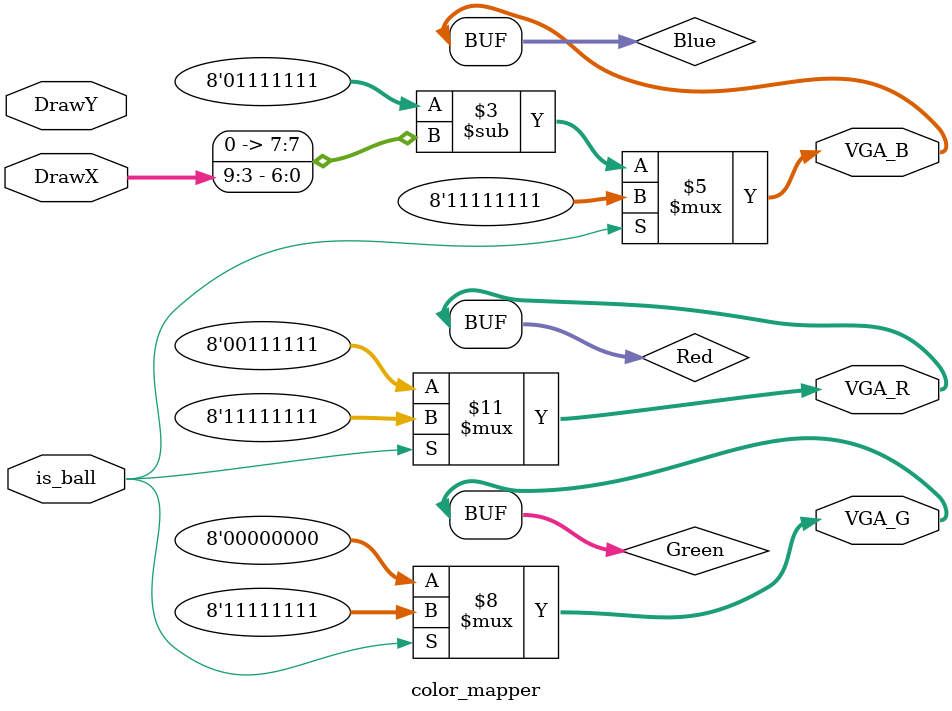
<source format=sv>

/**
 * Module: color_mapper
 * Input: is_ball, [9:0] DrawX, [9:0] DrawY
 * Output: [7:0] VGA_R, [7:0] VGA_G, [7:0] VGA_B
 * Description: This module perform color mapping of VGA pixels. If the current
                pixel belongs to the region of the ball, a foreground color is 
                used. Otherwise, the background color is outputed.
 */
module  color_mapper ( input              is_ball,            // Whether current pixel belongs to ball 
                                                              //   or background (computed in ball.sv)
                       input        [9:0] DrawX, DrawY,       // Current pixel coordinates
                       output logic [7:0] VGA_R, VGA_G, VGA_B // VGA RGB output
                     );
    
    logic [7:0] Red, Green, Blue;
    
    // Output colors to VGA
    assign VGA_R = Red;
    assign VGA_G = Green;
    assign VGA_B = Blue;
    
    // Assign color based on is_ball signal
    always_comb
    begin
        if (is_ball == 1'b1) 
        begin
            // White ball
            Red = 8'hff;
            Green = 8'hff;
            Blue = 8'hff;
        end
        else 
        begin
            // Background with nice color gradient
            Red = 8'h3f; 
            Green = 8'h00;
            Blue = 8'h7f - {1'b0, DrawX[9:3]};
        end
    end 
    
endmodule

</source>
